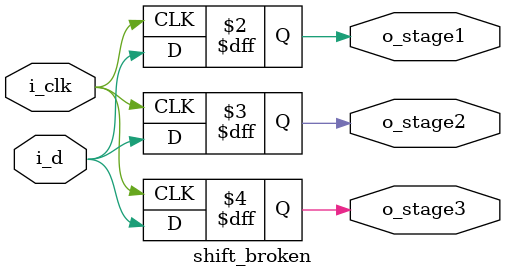
<source format=v>

module shift_correct (
    input  wire i_clk,
    input  wire i_d,
    output reg  o_stage1,
    output reg  o_stage2,
    output reg  o_stage3
);

    always @(posedge i_clk) begin
        o_stage1 <= i_d;          // all right-hand sides evaluated first
        o_stage2 <= o_stage1;     // uses OLD value of o_stage1
        o_stage3 <= o_stage2;     // uses OLD value of o_stage2
    end

endmodule


// BROKEN: Blocking assignment — pipeline destroyed
module shift_broken (
    input  wire i_clk,
    input  wire i_d,
    output reg  o_stage1,
    output reg  o_stage2,
    output reg  o_stage3
);

    always @(posedge i_clk) begin
        o_stage1 = i_d;          // o_stage1 updates IMMEDIATELY
        o_stage2 = o_stage1;     // sees NEW value of o_stage1 (= i_d)
        o_stage3 = o_stage2;     // sees NEW value of o_stage2 (= i_d)
        // Result: all three stages get i_d in the SAME cycle!
    end

endmodule

</source>
